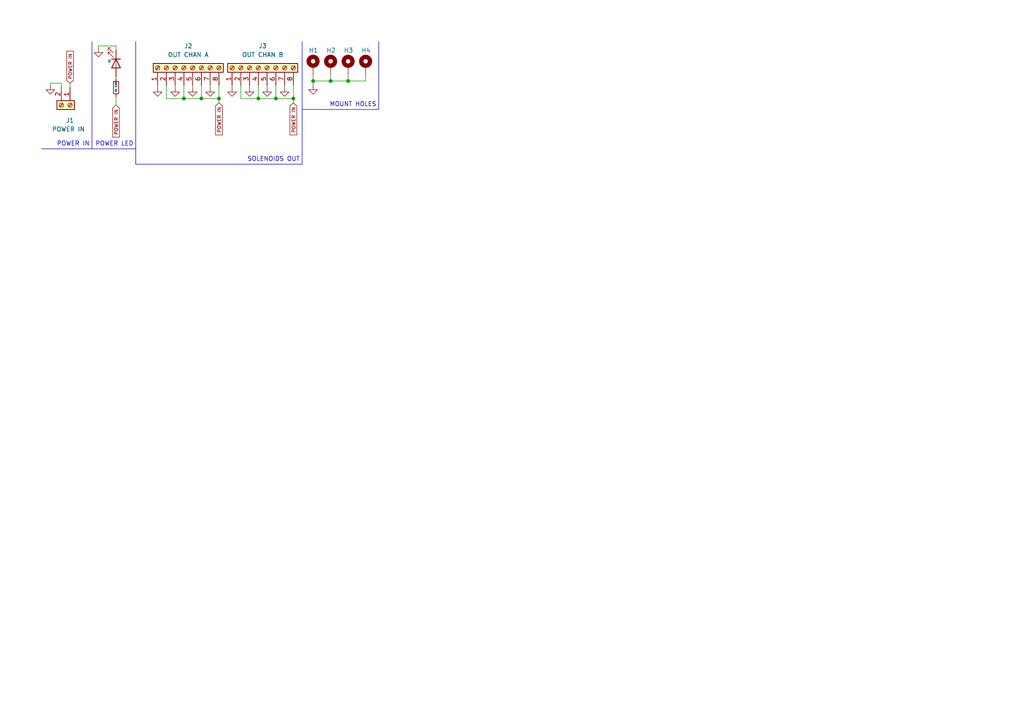
<source format=kicad_sch>
(kicad_sch (version 20230121) (generator eeschema)
  (paper "A4")
  (lib_symbols
    (symbol "Connector:Screw_Terminal_01x02" (pin_names (offset 1.016) hide)
      (property "Reference" "J" (at 0 2.54 0))
      (property "Value" "Screw_Terminal_01x02" (at 0 -5.08 0))
      (symbol "Screw_Terminal_01x02_1_1"
        (rectangle (start -1.27 1.27) (end 1.27 -3.81) (stroke (width 0.254)) (fill (type background)))
        (circle (center 0 -2.54) (radius 0.635) (stroke (width 0.1524)))
        (polyline (pts (xy -0.5334 -2.2098) (xy 0.3302 -3.048)) (stroke (width 0.1524)))
        (polyline (pts (xy -0.5334 0.3302) (xy 0.3302 -0.508)) (stroke (width 0.1524)))
        (polyline (pts (xy -0.3556 -2.032) (xy 0.508 -2.8702)) (stroke (width 0.1524)))
        (polyline (pts (xy -0.3556 0.508) (xy 0.508 -0.3302)) (stroke (width 0.1524)))
        (circle (center 0 0) (radius 0.635) (stroke (width 0.1524)))
        (pin passive line (at -5.08 0 0) (length 3.81) (name "Pin_1") (number "1"))
        (pin passive line (at -5.08 -2.54 0) (length 3.81) (name "Pin_2") (number "2"))
      )
    )
    (symbol "Connector:Screw_Terminal_01x08" (pin_names (offset 1.016) hide)
      (property "Reference" "J" (at 0 10.16 0))
      (property "Value" "Screw_Terminal_01x08" (at 0 -12.7 0))
      (symbol "Screw_Terminal_01x08_1_1"
        (rectangle (start -1.27 8.89) (end 1.27 -11.43) (stroke (width 0.254)) (fill (type background)))
        (circle (center 0 -10.16) (radius 0.635) (stroke (width 0.1524)))
        (circle (center 0 -7.62) (radius 0.635) (stroke (width 0.1524)))
        (circle (center 0 -5.08) (radius 0.635) (stroke (width 0.1524)))
        (circle (center 0 -2.54) (radius 0.635) (stroke (width 0.1524)))
        (polyline (pts (xy -0.5334 -9.8298) (xy 0.3302 -10.668)) (stroke (width 0.1524)))
        (polyline (pts (xy -0.5334 -7.2898) (xy 0.3302 -8.128)) (stroke (width 0.1524)))
        (polyline (pts (xy -0.5334 -4.7498) (xy 0.3302 -5.588)) (stroke (width 0.1524)))
        (polyline (pts (xy -0.5334 -2.2098) (xy 0.3302 -3.048)) (stroke (width 0.1524)))
        (polyline (pts (xy -0.5334 0.3302) (xy 0.3302 -0.508)) (stroke (width 0.1524)))
        (polyline (pts (xy -0.5334 2.8702) (xy 0.3302 2.032)) (stroke (width 0.1524)))
        (polyline (pts (xy -0.5334 5.4102) (xy 0.3302 4.572)) (stroke (width 0.1524)))
        (polyline (pts (xy -0.5334 7.9502) (xy 0.3302 7.112)) (stroke (width 0.1524)))
        (polyline (pts (xy -0.3556 -9.652) (xy 0.508 -10.4902)) (stroke (width 0.1524)))
        (polyline (pts (xy -0.3556 -7.112) (xy 0.508 -7.9502)) (stroke (width 0.1524)))
        (polyline (pts (xy -0.3556 -4.572) (xy 0.508 -5.4102)) (stroke (width 0.1524)))
        (polyline (pts (xy -0.3556 -2.032) (xy 0.508 -2.8702)) (stroke (width 0.1524)))
        (polyline (pts (xy -0.3556 0.508) (xy 0.508 -0.3302)) (stroke (width 0.1524)))
        (polyline (pts (xy -0.3556 3.048) (xy 0.508 2.2098)) (stroke (width 0.1524)))
        (polyline (pts (xy -0.3556 5.588) (xy 0.508 4.7498)) (stroke (width 0.1524)))
        (polyline (pts (xy -0.3556 8.128) (xy 0.508 7.2898)) (stroke (width 0.1524)))
        (circle (center 0 0) (radius 0.635) (stroke (width 0.1524)))
        (circle (center 0 2.54) (radius 0.635) (stroke (width 0.1524)))
        (circle (center 0 5.08) (radius 0.635) (stroke (width 0.1524)))
        (circle (center 0 7.62) (radius 0.635) (stroke (width 0.1524)))
        (pin passive line (at -5.08 7.62 0) (length 3.81) (name "Pin_1") (number "1"))
        (pin passive line (at -5.08 5.08 0) (length 3.81) (name "Pin_2") (number "2"))
        (pin passive line (at -5.08 2.54 0) (length 3.81) (name "Pin_3") (number "3"))
        (pin passive line (at -5.08 0 0) (length 3.81) (name "Pin_4") (number "4"))
        (pin passive line (at -5.08 -2.54 0) (length 3.81) (name "Pin_5") (number "5"))
        (pin passive line (at -5.08 -5.08 0) (length 3.81) (name "Pin_6") (number "6"))
        (pin passive line (at -5.08 -7.62 0) (length 3.81) (name "Pin_7") (number "7"))
        (pin passive line (at -5.08 -10.16 0) (length 3.81) (name "Pin_8") (number "8"))
      )
    )
    (symbol "Device:LED" (pin_numbers hide) (pin_names (offset 1.016) hide)
      (property "Reference" "D" (at 0 2.54 0))
      (property "Value" "LED" (at 0 -2.54 0))
      (symbol "LED_0_1"
        (polyline (pts (xy -1.27 -1.27) (xy -1.27 1.27)) (stroke (width 0.254)))
        (polyline (pts (xy -1.27 0) (xy 1.27 0)))
        (polyline (pts (xy 1.27 -1.27) (xy 1.27 1.27) (xy -1.27 0) (xy 1.27 -1.27)) (stroke (width 0.254)))
        (polyline (pts (xy -3.048 -0.762) (xy -4.572 -2.286) (xy -3.81 -2.286) (xy -4.572 -2.286) (xy -4.572 -1.524)))
        (polyline (pts (xy -1.778 -0.762) (xy -3.302 -2.286) (xy -2.54 -2.286) (xy -3.302 -2.286) (xy -3.302 -1.524)))
      )
      (symbol "LED_1_1"
        (pin passive line (at -3.81 0 0) (length 2.54) (name "K") (number "1"))
        (pin passive line (at 3.81 0 180) (length 2.54) (name "A") (number "2"))
      )
    )
    (symbol "Device:R_Small" (pin_numbers hide) (pin_names (offset 0.254) hide)
      (property "Reference" "R" (at 0.762 0.508 0))
      (property "Value" "R_Small" (at 0.762 -1.016 0))
      (symbol "R_Small_0_1"
        (rectangle (start -0.762 1.778) (end 0.762 -1.778) (stroke (width 0.2032)))
      )
      (symbol "R_Small_1_1"
        (pin passive line (at 0 2.54 270) (length 0.762) (name "~") (number "1"))
        (pin passive line (at 0 -2.54 90) (length 0.762) (name "~") (number "2"))
      )
    )
    (symbol "Mechanical:MountingHole_Pad" (pin_numbers hide) (pin_names (offset 1.016) hide)
      (property "Reference" "H" (at 0 6.35 0))
      (property "Value" "MountingHole_Pad" (at 0 4.445 0))
      (symbol "MountingHole_Pad_0_1"
        (circle (center 0 1.27) (radius 1.27) (stroke (width 1.27)))
      )
      (symbol "MountingHole_Pad_1_1"
        (pin input line (at 0 -2.54 90) (length 2.54) (name "1") (number "1"))
      )
    )
    (symbol "power:GND" (power) (pin_names (offset 0))
      (property "Value" "GND" (at 0 -3.81 0))
      (symbol "GND_0_1"
        (polyline (pts (xy 0 0) (xy 0 -1.27) (xy 1.27 -1.27) (xy 0 -2.54) (xy -1.27 -1.27) (xy 0 -1.27)))
      )
      (symbol "GND_1_1"
        (pin power_in line (at 0 0 270) (length 0) hide (name "GND") (number "1"))
      )
    )
  )
  (junction (at 53.34 28.575))
  (junction (at 100.965 23.495))
  (junction (at 95.885 23.495))
  (junction (at 85.09 28.575))
  (junction (at 90.805 23.495))
  (junction (at 63.5 28.575))
  (junction (at 58.42 28.575))
  (junction (at 80.01 28.575))
  (junction (at 74.93 28.575))
  (wire (pts (xy 80.01 28.575) (xy 85.09 28.575)))
  (wire (pts (xy 67.31 24.765) (xy 67.31 25.4)))
  (wire (pts (xy 48.26 24.765) (xy 48.26 28.575)))
  (wire (pts (xy 100.965 21.59) (xy 100.965 23.495)))
  (wire (pts (xy 63.5 28.575) (xy 63.5 29.845)))
  (wire (pts (xy 17.78 24.13) (xy 17.78 25.4)))
  (wire (pts (xy 33.655 13.335) (xy 33.655 14.605)))
  (wire (pts (xy 20.32 24.13) (xy 20.32 25.4)))
  (polyline (pts (xy 87.63 31.75) (xy 109.855 31.75)))
  (wire (pts (xy 82.55 24.765) (xy 82.55 25.4)))
  (wire (pts (xy 48.26 28.575) (xy 53.34 28.575)))
  (wire (pts (xy 69.85 24.765) (xy 69.85 28.575)))
  (polyline (pts (xy 12.065 43.18) (xy 26.67 43.18)))
  (polyline (pts (xy 26.67 12.065) (xy 26.67 43.18)))
  (wire (pts (xy 28.575 13.335) (xy 28.575 13.97)))
  (wire (pts (xy 63.5 24.765) (xy 63.5 28.575)))
  (wire (pts (xy 58.42 24.765) (xy 58.42 28.575)))
  (wire (pts (xy 14.605 24.13) (xy 14.605 24.765)))
  (wire (pts (xy 60.96 25.4) (xy 60.96 24.765)))
  (wire (pts (xy 95.885 21.59) (xy 95.885 23.495)))
  (wire (pts (xy 53.34 28.575) (xy 58.42 28.575)))
  (wire (pts (xy 33.655 13.335) (xy 28.575 13.335)))
  (wire (pts (xy 53.34 24.765) (xy 53.34 28.575)))
  (wire (pts (xy 74.93 24.765) (xy 74.93 28.575)))
  (wire (pts (xy 50.8 25.4) (xy 50.8 24.765)))
  (polyline (pts (xy 87.63 47.625) (xy 39.37 47.625)))
  (polyline (pts (xy 26.67 43.18) (xy 39.37 43.18)))
  (polyline (pts (xy 87.63 12.065) (xy 87.63 47.625)))
  (polyline (pts (xy 39.37 12.065) (xy 39.37 43.18)))
  (wire (pts (xy 95.885 23.495) (xy 90.805 23.495)))
  (wire (pts (xy 45.72 24.765) (xy 45.72 25.4)))
  (wire (pts (xy 77.47 24.765) (xy 77.47 25.4)))
  (wire (pts (xy 106.045 21.59) (xy 106.045 23.495)))
  (wire (pts (xy 100.965 23.495) (xy 106.045 23.495)))
  (wire (pts (xy 80.01 24.765) (xy 80.01 28.575)))
  (wire (pts (xy 55.88 25.4) (xy 55.88 24.765)))
  (wire (pts (xy 58.42 28.575) (xy 63.5 28.575)))
  (wire (pts (xy 85.09 24.765) (xy 85.09 28.575)))
  (wire (pts (xy 74.93 28.575) (xy 80.01 28.575)))
  (wire (pts (xy 90.805 23.495) (xy 90.805 24.765)))
  (wire (pts (xy 95.885 23.495) (xy 100.965 23.495)))
  (polyline (pts (xy 109.855 12.065) (xy 109.855 31.75)))
  (wire (pts (xy 33.655 22.225) (xy 33.655 22.86)))
  (wire (pts (xy 69.85 28.575) (xy 74.93 28.575)))
  (polyline (pts (xy 39.37 43.18) (xy 39.37 47.625)))
  (wire (pts (xy 90.805 21.59) (xy 90.805 23.495)))
  (wire (pts (xy 33.655 27.94) (xy 33.655 30.48)))
  (wire (pts (xy 85.09 28.575) (xy 85.09 29.845)))
  (wire (pts (xy 17.78 24.13) (xy 14.605 24.13)))
  (wire (pts (xy 72.39 24.765) (xy 72.39 25.4)))
  (text "MOUNT HOLES" (at 109.22 31.115 0) (effects (font (size 1.27 1.27)) (justify right bottom)))
  (text "POWER IN" (at 26.035 42.545 0) (effects (font (size 1.27 1.27)) (justify right bottom)))
  (text "POWER LED" (at 38.735 42.545 0) (effects (font (size 1.27 1.27)) (justify right bottom)))
  (text "SOLENOIDS OUT" (at 86.995 46.99 0) (effects (font (size 1.27 1.27)) (justify right bottom)))
  (global_label "POWER IN" (shape input) (at 85.09 29.845 270) (effects (font (size 1 1))) (property "Intersheetrefs" "${INTERSHEET_REFS}" (effects hide)))
  (global_label "POWER IN" (shape input) (at 20.32 24.13 90) (effects (font (size 1 1))) (property "Intersheetrefs" "${INTERSHEET_REFS}" (effects hide)))
  (global_label "POWER IN" (shape input) (at 33.655 30.48 270) (effects (font (size 1 1))) (property "Intersheetrefs" "${INTERSHEET_REFS}" (effects hide)))
  (global_label "POWER IN" (shape input) (at 63.5 29.845 270) (effects (font (size 1 1))) (property "Intersheetrefs" "${INTERSHEET_REFS}" (effects hide)))
  (symbol (lib_id "Mechanical:MountingHole_Pad") (at 106.045 19.05 0) (unit 1)
    (property "Reference" "H4" (at 104.775 14.605 0) (effects (justify left)))
    (property "Value" "MountingHole_Pad" (effects hide))
    (property "Footprint" "MountingHole:MountingHole_3.2mm_M3_DIN965_Pad_TopBottom" (effects hide))
  )
  (symbol (lib_id "Connector:Screw_Terminal_01x02") (at 20.32 30.48 270) (unit 1)
    (property "Reference" "J1" (at 20.32 34.925 90))
    (property "Value" "POWER IN " (at 20.32 37.465 90))
    (property "Footprint" "TerminalBlock_Phoenix:TerminalBlock_Phoenix_PT-1,5-2-3.5-H_1x02_P3.50mm_Horizontal" (effects hide))
  )
  (symbol (lib_id "power:GND") (at 28.575 13.97 0) (unit 1)
    (property "Reference" "#PWR0102" (effects hide))
    (property "Value" "GND" (effects hide))
  )
  (symbol (lib_id "power:GND") (at 77.47 25.4 0) (unit 1)
    (property "Reference" "#PWR0107" (effects hide))
    (property "Value" "GND" (effects hide))
  )
  (symbol (lib_id "power:GND") (at 45.72 25.4 0) (unit 1)
    (property "Reference" "#PWR0104" (effects hide))
    (property "Value" "GND" (effects hide))
  )
  (symbol (lib_id "power:GND") (at 55.88 25.4 0) (unit 1)
    (property "Reference" "#PWR0109" (effects hide))
    (property "Value" "GND" (effects hide))
  )
  (symbol (lib_id "Mechanical:MountingHole_Pad") (at 100.965 19.05 0) (unit 1)
    (property "Reference" "H3" (at 99.695 14.605 0) (effects (justify left)))
    (property "Value" "MountingHole_Pad" (effects hide))
    (property "Footprint" "MountingHole:MountingHole_3.2mm_M3_DIN965_Pad_TopBottom" (effects hide))
  )
  (symbol (lib_id "power:GND") (at 14.605 24.765 0) (unit 1)
    (property "Reference" "#PWR0101" (effects hide))
    (property "Value" "GND" (effects hide))
  )
  (symbol (lib_id "Connector:Screw_Terminal_01x08") (at 53.34 19.685 90) (unit 1)
    (property "Reference" "J2" (at 54.61 13.335 90))
    (property "Value" "OUT CHAN A" (at 54.61 15.875 90))
    (property "Footprint" "TerminalBlock_Phoenix:TerminalBlock_Phoenix_PT-1,5-8-3.5-H_1x08_P3.50mm_Horizontal" (effects hide))
  )
  (symbol (lib_id "Device:R_Small") (at 33.655 25.4 0) (unit 1)
    (property "Reference" "R1" (at 33.655 26.67 90) (effects (font (size 0.5 0.5)) (justify left)))
    (property "Value" "2.9K" (at 33.655 25.4 90) (effects (font (size 0.5 0.5)) (justify left)))
    (property "Footprint" "Resistor_SMD:R_0603_1608Metric" (effects hide))
  )
  (symbol (lib_id "Mechanical:MountingHole_Pad") (at 90.805 19.05 0) (unit 1)
    (property "Reference" "H1" (at 89.535 14.605 0) (effects (justify left)))
    (property "Value" "MountingHole_Pad" (effects hide))
    (property "Footprint" "MountingHole:MountingHole_3.2mm_M3_DIN965_Pad_TopBottom" (effects hide))
  )
  (symbol (lib_id "power:GND") (at 60.96 25.4 0) (unit 1)
    (property "Reference" "#PWR0110" (effects hide))
    (property "Value" "GND" (effects hide))
  )
  (symbol (lib_id "Mechanical:MountingHole_Pad") (at 95.885 19.05 0) (unit 1)
    (property "Reference" "H2" (at 94.615 14.605 0) (effects (justify left)))
    (property "Value" "MountingHole_Pad" (effects hide))
    (property "Footprint" "MountingHole:MountingHole_3.2mm_M3_DIN965_Pad_TopBottom" (effects hide))
  )
  (symbol (lib_id "power:GND") (at 90.805 24.765 0) (unit 1)
    (property "Reference" "#PWR0111" (effects hide))
    (property "Value" "GND" (effects hide))
  )
  (symbol (lib_id "Device:LED") (at 33.655 18.415 270) (unit 1)
    (property "Reference" "D1" (at 31.75 17.145 0) (effects (font (size 0.5 0.5)) (justify left)))
    (property "Value" "LED" (effects hide))
    (property "Footprint" "LED_SMD:LED_0805_2012Metric" (effects hide))
  )
  (symbol (lib_id "power:GND") (at 82.55 25.4 0) (unit 1)
    (property "Reference" "#PWR0117" (effects hide))
    (property "Value" "GND" (effects hide))
  )
  (symbol (lib_id "power:GND") (at 67.31 25.4 0) (unit 1)
    (property "Reference" "#PWR0105" (effects hide))
    (property "Value" "GND" (effects hide))
  )
  (symbol (lib_id "power:GND") (at 72.39 25.4 0) (unit 1)
    (property "Reference" "#PWR0106" (effects hide))
    (property "Value" "GND" (effects hide))
  )
  (symbol (lib_id "power:GND") (at 50.8 25.4 0) (unit 1)
    (property "Reference" "#PWR0108" (effects hide))
    (property "Value" "GND" (effects hide))
  )
  (symbol (lib_id "Connector:Screw_Terminal_01x08") (at 74.93 19.685 90) (unit 1)
    (property "Reference" "J3" (at 76.2 13.335 90))
    (property "Value" "OUT CHAN B" (at 76.2 15.875 90))
    (property "Footprint" "TerminalBlock_Phoenix:TerminalBlock_Phoenix_PT-1,5-8-3.5-H_1x08_P3.50mm_Horizontal" (effects hide))
  )
)
</source>
